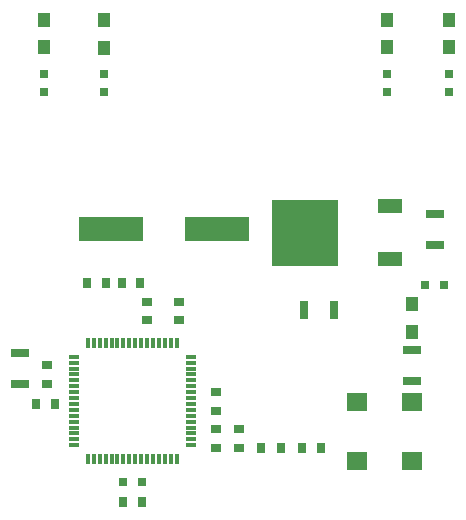
<source format=gtp>
%FSLAX44Y44*%
%MOMM*%
G71*
G01*
G75*
G04 Layer_Color=8421504*
%ADD10R,0.9000X0.8000*%
%ADD11R,0.8000X0.9000*%
%ADD12R,1.5000X0.8000*%
%ADD13R,0.8000X1.5000*%
%ADD14R,1.6800X1.5600*%
%ADD15R,0.7000X0.9500*%
%ADD16R,0.8000X0.8000*%
%ADD17R,0.8000X0.8000*%
%ADD18R,5.6000X5.6000*%
%ADD19R,2.0000X1.2000*%
%ADD20R,5.5000X2.0000*%
%ADD21R,0.8500X0.3000*%
%ADD22R,0.3000X0.8500*%
%ADD23R,1.1000X1.2500*%
%ADD24C,1.0000*%
%ADD25C,0.5080*%
%ADD26C,0.2540*%
%ADD27C,0.5000*%
%ADD28C,2.0000*%
%ADD29C,3.2500*%
%ADD30C,1.5000*%
%ADD31C,2.4000*%
%ADD32C,0.7000*%
%ADD33C,0.7100*%
%ADD34C,0.2000*%
%ADD35C,0.1000*%
%ADD36C,0.2500*%
%ADD37C,0.1800*%
%ADD38C,0.3000*%
D10*
X126500Y307000D02*
D03*
Y323000D02*
D03*
X185250Y246250D02*
D03*
Y230250D02*
D03*
X153500Y307000D02*
D03*
Y323000D02*
D03*
X185250Y198750D02*
D03*
Y214750D02*
D03*
X41750Y253250D02*
D03*
Y269250D02*
D03*
X205000Y198750D02*
D03*
Y214750D02*
D03*
D11*
X122250Y153000D02*
D03*
X106250D02*
D03*
X49000Y236250D02*
D03*
X33000D02*
D03*
X121250Y338500D02*
D03*
X105250D02*
D03*
X76250D02*
D03*
X92250D02*
D03*
X258000Y198750D02*
D03*
X274000D02*
D03*
D12*
X19250Y279250D02*
D03*
X19250Y253250D02*
D03*
X351000Y282000D02*
D03*
X351000Y256000D02*
D03*
X371000Y371000D02*
D03*
X371000Y397000D02*
D03*
D13*
X285500Y315750D02*
D03*
X259500Y315750D02*
D03*
D14*
X351000Y187750D02*
D03*
Y237750D02*
D03*
X304250Y187750D02*
D03*
Y237750D02*
D03*
D15*
X240000Y198750D02*
D03*
X223500D02*
D03*
D16*
X382270Y500000D02*
D03*
Y516000D02*
D03*
X330200Y500000D02*
D03*
Y516000D02*
D03*
X90170Y500000D02*
D03*
Y516000D02*
D03*
X39370Y500000D02*
D03*
Y516000D02*
D03*
D17*
X122750Y170250D02*
D03*
X106750D02*
D03*
X378500Y337000D02*
D03*
X362500D02*
D03*
D18*
X260250Y381250D02*
D03*
D19*
X332250Y403750D02*
D03*
Y358750D02*
D03*
D20*
X186250Y384500D02*
D03*
X96250D02*
D03*
D21*
X65300Y201260D02*
D03*
Y206260D02*
D03*
Y211260D02*
D03*
Y216260D02*
D03*
Y221260D02*
D03*
Y226260D02*
D03*
Y231260D02*
D03*
Y236260D02*
D03*
Y241260D02*
D03*
Y246260D02*
D03*
Y251260D02*
D03*
Y256260D02*
D03*
Y261260D02*
D03*
Y266260D02*
D03*
Y271260D02*
D03*
Y276260D02*
D03*
X163800D02*
D03*
Y271260D02*
D03*
Y266260D02*
D03*
Y261260D02*
D03*
Y256260D02*
D03*
Y251260D02*
D03*
Y246260D02*
D03*
Y241260D02*
D03*
Y236260D02*
D03*
Y231260D02*
D03*
Y226260D02*
D03*
Y221260D02*
D03*
Y216260D02*
D03*
Y211260D02*
D03*
Y206260D02*
D03*
Y201260D02*
D03*
D22*
X76800Y287760D02*
D03*
X81800Y287760D02*
D03*
X86800D02*
D03*
X91800D02*
D03*
X96800D02*
D03*
X101800D02*
D03*
X106800D02*
D03*
X111800D02*
D03*
X116800D02*
D03*
X121800D02*
D03*
X126800D02*
D03*
X131800D02*
D03*
X136800D02*
D03*
X141800D02*
D03*
X146800D02*
D03*
X151800D02*
D03*
X151800Y189760D02*
D03*
X146800D02*
D03*
X141800D02*
D03*
X136800D02*
D03*
X131800D02*
D03*
X126800D02*
D03*
X121800D02*
D03*
X116800D02*
D03*
X111800D02*
D03*
X106800D02*
D03*
X101800D02*
D03*
X96800D02*
D03*
X91800D02*
D03*
X86800D02*
D03*
X81800D02*
D03*
X76800D02*
D03*
D23*
X351000Y297250D02*
D03*
X351000Y320750D02*
D03*
X39370Y538160D02*
D03*
X39370Y561660D02*
D03*
X90170Y561280D02*
D03*
X90170Y537780D02*
D03*
X330200Y538160D02*
D03*
X330200Y561660D02*
D03*
X382270D02*
D03*
X382270Y538160D02*
D03*
M02*

</source>
